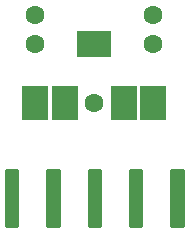
<source format=gbs>
G04 #@! TF.GenerationSoftware,KiCad,Pcbnew,(5.1.0)-1*
G04 #@! TF.CreationDate,2019-05-31T01:31:40-04:00*
G04 #@! TF.ProjectId,phoenix-adapter-output,70686f65-6e69-4782-9d61-646170746572,0.1*
G04 #@! TF.SameCoordinates,Original*
G04 #@! TF.FileFunction,Soldermask,Bot*
G04 #@! TF.FilePolarity,Negative*
%FSLAX46Y46*%
G04 Gerber Fmt 4.6, Leading zero omitted, Abs format (unit mm)*
G04 Created by KiCad (PCBNEW (5.1.0)-1) date 2019-05-31 01:31:40*
%MOMM*%
%LPD*%
G04 APERTURE LIST*
%ADD10R,2.200000X2.900000*%
%ADD11R,2.900000X2.200000*%
%ADD12C,1.600000*%
%ADD13C,0.254000*%
G04 APERTURE END LIST*
D10*
X144700000Y-116800000D03*
X134700000Y-116800000D03*
D11*
X139700000Y-111800000D03*
D12*
X139700000Y-116800000D03*
X144700000Y-111800000D03*
X144700000Y-109300000D03*
X134700000Y-111800000D03*
X134700000Y-109300000D03*
D10*
X142200000Y-116800000D03*
X137200000Y-116800000D03*
D13*
G36*
X133173000Y-127173000D02*
G01*
X132227000Y-127173000D01*
X132227000Y-122427000D01*
X133173000Y-122427000D01*
X133173000Y-127173000D01*
X133173000Y-127173000D01*
G37*
X133173000Y-127173000D02*
X132227000Y-127173000D01*
X132227000Y-122427000D01*
X133173000Y-122427000D01*
X133173000Y-127173000D01*
G36*
X136673000Y-127173000D02*
G01*
X135727000Y-127173000D01*
X135727000Y-122427000D01*
X136673000Y-122427000D01*
X136673000Y-127173000D01*
X136673000Y-127173000D01*
G37*
X136673000Y-127173000D02*
X135727000Y-127173000D01*
X135727000Y-122427000D01*
X136673000Y-122427000D01*
X136673000Y-127173000D01*
G36*
X140173000Y-127173000D02*
G01*
X139227000Y-127173000D01*
X139227000Y-122427000D01*
X140173000Y-122427000D01*
X140173000Y-127173000D01*
X140173000Y-127173000D01*
G37*
X140173000Y-127173000D02*
X139227000Y-127173000D01*
X139227000Y-122427000D01*
X140173000Y-122427000D01*
X140173000Y-127173000D01*
G36*
X143673000Y-127173000D02*
G01*
X142727000Y-127173000D01*
X142727000Y-122427000D01*
X143673000Y-122427000D01*
X143673000Y-127173000D01*
X143673000Y-127173000D01*
G37*
X143673000Y-127173000D02*
X142727000Y-127173000D01*
X142727000Y-122427000D01*
X143673000Y-122427000D01*
X143673000Y-127173000D01*
G36*
X147173000Y-127173000D02*
G01*
X146227000Y-127173000D01*
X146227000Y-122427000D01*
X147173000Y-122427000D01*
X147173000Y-127173000D01*
X147173000Y-127173000D01*
G37*
X147173000Y-127173000D02*
X146227000Y-127173000D01*
X146227000Y-122427000D01*
X147173000Y-122427000D01*
X147173000Y-127173000D01*
M02*

</source>
